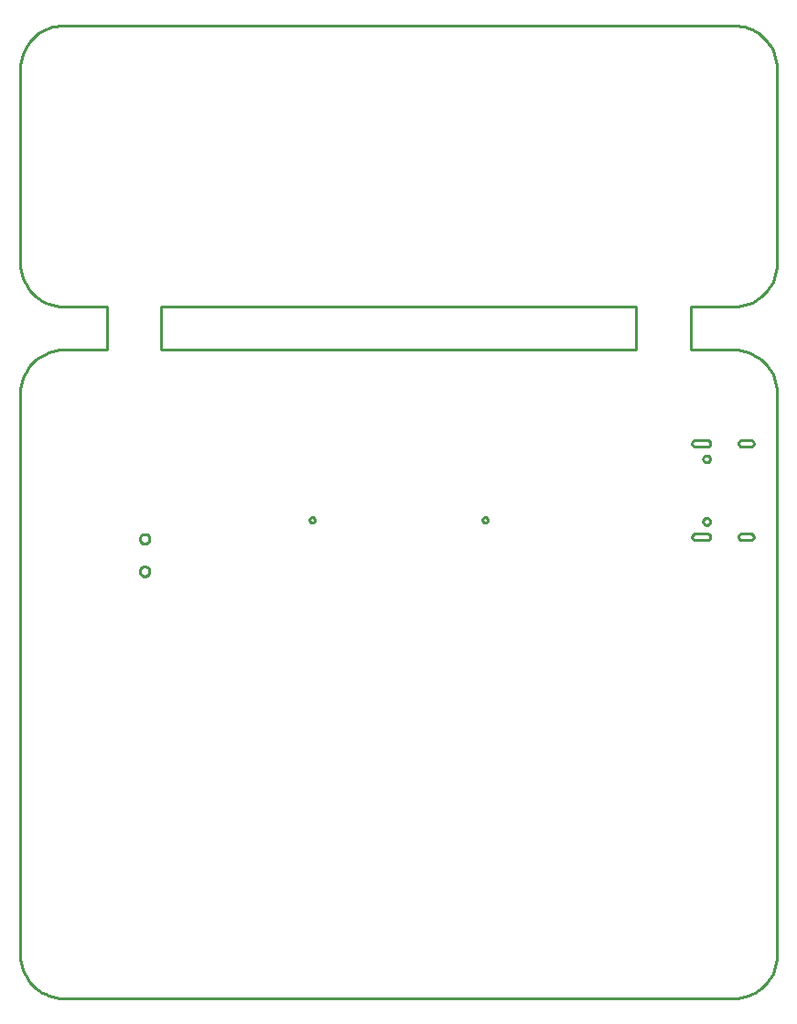
<source format=gbr>
G04 EAGLE Gerber RS-274X export*
G75*
%MOMM*%
%FSLAX34Y34*%
%LPD*%
%IN*%
%IPPOS*%
%AMOC8*
5,1,8,0,0,1.08239X$1,22.5*%
G01*
%ADD10C,0.254000*%


D10*
X0Y40000D02*
X152Y36514D01*
X608Y33054D01*
X1363Y29647D01*
X2412Y26319D01*
X3748Y23095D01*
X5359Y20000D01*
X7234Y17057D01*
X9358Y14289D01*
X11716Y11716D01*
X14289Y9358D01*
X17057Y7234D01*
X20000Y5359D01*
X23095Y3748D01*
X26319Y2412D01*
X29647Y1363D01*
X33054Y608D01*
X36514Y152D01*
X40000Y0D01*
X660000Y0D01*
X663486Y152D01*
X666946Y608D01*
X670353Y1363D01*
X673681Y2412D01*
X676905Y3748D01*
X680000Y5359D01*
X682943Y7234D01*
X685712Y9358D01*
X688284Y11716D01*
X690642Y14289D01*
X692766Y17057D01*
X694641Y20000D01*
X696252Y23095D01*
X697588Y26319D01*
X698637Y29647D01*
X699392Y33054D01*
X699848Y36514D01*
X700000Y40000D01*
X700000Y560000D01*
X699848Y563486D01*
X699392Y566946D01*
X698637Y570353D01*
X697588Y573681D01*
X696252Y576905D01*
X694641Y580000D01*
X692766Y582943D01*
X690642Y585712D01*
X688284Y588284D01*
X685712Y590642D01*
X682943Y592766D01*
X680000Y594641D01*
X676905Y596252D01*
X673681Y597588D01*
X670353Y598637D01*
X666946Y599392D01*
X663486Y599848D01*
X660000Y600000D01*
X620000Y600000D01*
X620000Y640000D01*
X660000Y640000D01*
X663486Y640152D01*
X666946Y640608D01*
X670353Y641363D01*
X673681Y642412D01*
X676905Y643748D01*
X680000Y645359D01*
X682943Y647234D01*
X685712Y649358D01*
X688284Y651716D01*
X690642Y654289D01*
X692766Y657057D01*
X694641Y660000D01*
X696252Y663095D01*
X697588Y666319D01*
X698637Y669647D01*
X699392Y673054D01*
X699848Y676514D01*
X700000Y680000D01*
X700000Y860000D01*
X699848Y863486D01*
X699392Y866946D01*
X698637Y870353D01*
X697588Y873681D01*
X696252Y876905D01*
X694641Y880000D01*
X692766Y882943D01*
X690642Y885712D01*
X688284Y888284D01*
X685712Y890642D01*
X682943Y892766D01*
X680000Y894641D01*
X676905Y896252D01*
X673681Y897588D01*
X670353Y898637D01*
X666946Y899392D01*
X663486Y899848D01*
X660000Y900000D01*
X40000Y900000D01*
X36514Y899848D01*
X33054Y899392D01*
X29647Y898637D01*
X26319Y897588D01*
X23095Y896252D01*
X20000Y894641D01*
X17057Y892766D01*
X14289Y890642D01*
X11716Y888284D01*
X9358Y885712D01*
X7234Y882943D01*
X5359Y880000D01*
X3748Y876905D01*
X2412Y873681D01*
X1363Y870353D01*
X608Y866946D01*
X152Y863486D01*
X0Y860000D01*
X0Y680000D01*
X152Y676514D01*
X608Y673054D01*
X1363Y669647D01*
X2412Y666319D01*
X3748Y663095D01*
X5359Y660000D01*
X7234Y657057D01*
X9358Y654289D01*
X11716Y651716D01*
X14289Y649358D01*
X17057Y647234D01*
X20000Y645359D01*
X23095Y643748D01*
X26319Y642412D01*
X29647Y641363D01*
X33054Y640608D01*
X36514Y640152D01*
X40000Y640000D01*
X80000Y640000D01*
X80000Y600000D01*
X40000Y600000D01*
X36514Y599848D01*
X33054Y599392D01*
X29647Y598637D01*
X26319Y597588D01*
X23095Y596252D01*
X20000Y594641D01*
X17057Y592766D01*
X14289Y590642D01*
X11716Y588284D01*
X9358Y585712D01*
X7234Y582943D01*
X5359Y580000D01*
X3748Y576905D01*
X2412Y573681D01*
X1363Y570353D01*
X608Y566946D01*
X152Y563486D01*
X0Y560000D01*
X0Y40000D01*
X664500Y513200D02*
X664511Y512939D01*
X664546Y512679D01*
X664602Y512424D01*
X664681Y512174D01*
X664781Y511932D01*
X664902Y511700D01*
X665043Y511479D01*
X665202Y511272D01*
X665379Y511079D01*
X665572Y510902D01*
X665779Y510743D01*
X666000Y510602D01*
X666232Y510481D01*
X666474Y510381D01*
X666724Y510302D01*
X666979Y510246D01*
X667239Y510211D01*
X667500Y510200D01*
X675500Y510200D01*
X675761Y510211D01*
X676021Y510246D01*
X676276Y510302D01*
X676526Y510381D01*
X676768Y510481D01*
X677000Y510602D01*
X677221Y510743D01*
X677428Y510902D01*
X677621Y511079D01*
X677798Y511272D01*
X677957Y511479D01*
X678098Y511700D01*
X678219Y511932D01*
X678319Y512174D01*
X678398Y512424D01*
X678454Y512679D01*
X678489Y512939D01*
X678500Y513200D01*
X678489Y513461D01*
X678454Y513721D01*
X678398Y513976D01*
X678319Y514226D01*
X678219Y514468D01*
X678098Y514700D01*
X677957Y514921D01*
X677798Y515128D01*
X677621Y515321D01*
X677428Y515498D01*
X677221Y515657D01*
X677000Y515798D01*
X676768Y515919D01*
X676526Y516019D01*
X676276Y516098D01*
X676021Y516154D01*
X675761Y516189D01*
X675500Y516200D01*
X667500Y516200D01*
X667239Y516189D01*
X666979Y516154D01*
X666724Y516098D01*
X666474Y516019D01*
X666232Y515919D01*
X666000Y515798D01*
X665779Y515657D01*
X665572Y515498D01*
X665379Y515321D01*
X665202Y515128D01*
X665043Y514921D01*
X664902Y514700D01*
X664781Y514468D01*
X664681Y514226D01*
X664602Y513976D01*
X664546Y513721D01*
X664511Y513461D01*
X664500Y513200D01*
X621500Y513200D02*
X621511Y512939D01*
X621546Y512679D01*
X621602Y512424D01*
X621681Y512174D01*
X621781Y511932D01*
X621902Y511700D01*
X622043Y511479D01*
X622202Y511272D01*
X622379Y511079D01*
X622572Y510902D01*
X622779Y510743D01*
X623000Y510602D01*
X623232Y510481D01*
X623474Y510381D01*
X623724Y510302D01*
X623979Y510246D01*
X624239Y510211D01*
X624500Y510200D01*
X635500Y510200D01*
X635761Y510211D01*
X636021Y510246D01*
X636276Y510302D01*
X636526Y510381D01*
X636768Y510481D01*
X637000Y510602D01*
X637221Y510743D01*
X637428Y510902D01*
X637621Y511079D01*
X637798Y511272D01*
X637957Y511479D01*
X638098Y511700D01*
X638219Y511932D01*
X638319Y512174D01*
X638398Y512424D01*
X638454Y512679D01*
X638489Y512939D01*
X638500Y513200D01*
X638489Y513461D01*
X638454Y513721D01*
X638398Y513976D01*
X638319Y514226D01*
X638219Y514468D01*
X638098Y514700D01*
X637957Y514921D01*
X637798Y515128D01*
X637621Y515321D01*
X637428Y515498D01*
X637221Y515657D01*
X637000Y515798D01*
X636768Y515919D01*
X636526Y516019D01*
X636276Y516098D01*
X636021Y516154D01*
X635761Y516189D01*
X635500Y516200D01*
X624500Y516200D01*
X624239Y516189D01*
X623979Y516154D01*
X623724Y516098D01*
X623474Y516019D01*
X623232Y515919D01*
X623000Y515798D01*
X622779Y515657D01*
X622572Y515498D01*
X622379Y515321D01*
X622202Y515128D01*
X622043Y514921D01*
X621902Y514700D01*
X621781Y514468D01*
X621681Y514226D01*
X621602Y513976D01*
X621546Y513721D01*
X621511Y513461D01*
X621500Y513200D01*
X664500Y426800D02*
X664511Y426539D01*
X664546Y426279D01*
X664602Y426024D01*
X664681Y425774D01*
X664781Y425532D01*
X664902Y425300D01*
X665043Y425079D01*
X665202Y424872D01*
X665379Y424679D01*
X665572Y424502D01*
X665779Y424343D01*
X666000Y424202D01*
X666232Y424081D01*
X666474Y423981D01*
X666724Y423902D01*
X666979Y423846D01*
X667239Y423811D01*
X667500Y423800D01*
X675500Y423800D01*
X675761Y423811D01*
X676021Y423846D01*
X676276Y423902D01*
X676526Y423981D01*
X676768Y424081D01*
X677000Y424202D01*
X677221Y424343D01*
X677428Y424502D01*
X677621Y424679D01*
X677798Y424872D01*
X677957Y425079D01*
X678098Y425300D01*
X678219Y425532D01*
X678319Y425774D01*
X678398Y426024D01*
X678454Y426279D01*
X678489Y426539D01*
X678500Y426800D01*
X678489Y427061D01*
X678454Y427321D01*
X678398Y427576D01*
X678319Y427826D01*
X678219Y428068D01*
X678098Y428300D01*
X677957Y428521D01*
X677798Y428728D01*
X677621Y428921D01*
X677428Y429098D01*
X677221Y429257D01*
X677000Y429398D01*
X676768Y429519D01*
X676526Y429619D01*
X676276Y429698D01*
X676021Y429754D01*
X675761Y429789D01*
X675500Y429800D01*
X667500Y429800D01*
X667239Y429789D01*
X666979Y429754D01*
X666724Y429698D01*
X666474Y429619D01*
X666232Y429519D01*
X666000Y429398D01*
X665779Y429257D01*
X665572Y429098D01*
X665379Y428921D01*
X665202Y428728D01*
X665043Y428521D01*
X664902Y428300D01*
X664781Y428068D01*
X664681Y427826D01*
X664602Y427576D01*
X664546Y427321D01*
X664511Y427061D01*
X664500Y426800D01*
X621500Y426800D02*
X621511Y426539D01*
X621546Y426279D01*
X621602Y426024D01*
X621681Y425774D01*
X621781Y425532D01*
X621902Y425300D01*
X622043Y425079D01*
X622202Y424872D01*
X622379Y424679D01*
X622572Y424502D01*
X622779Y424343D01*
X623000Y424202D01*
X623232Y424081D01*
X623474Y423981D01*
X623724Y423902D01*
X623979Y423846D01*
X624239Y423811D01*
X624500Y423800D01*
X635500Y423800D01*
X635761Y423811D01*
X636021Y423846D01*
X636276Y423902D01*
X636526Y423981D01*
X636768Y424081D01*
X637000Y424202D01*
X637221Y424343D01*
X637428Y424502D01*
X637621Y424679D01*
X637798Y424872D01*
X637957Y425079D01*
X638098Y425300D01*
X638219Y425532D01*
X638319Y425774D01*
X638398Y426024D01*
X638454Y426279D01*
X638489Y426539D01*
X638500Y426800D01*
X638489Y427061D01*
X638454Y427321D01*
X638398Y427576D01*
X638319Y427826D01*
X638219Y428068D01*
X638098Y428300D01*
X637957Y428521D01*
X637798Y428728D01*
X637621Y428921D01*
X637428Y429098D01*
X637221Y429257D01*
X637000Y429398D01*
X636768Y429519D01*
X636526Y429619D01*
X636276Y429698D01*
X636021Y429754D01*
X635761Y429789D01*
X635500Y429800D01*
X624500Y429800D01*
X624239Y429789D01*
X623979Y429754D01*
X623724Y429698D01*
X623474Y429619D01*
X623232Y429519D01*
X623000Y429398D01*
X622779Y429257D01*
X622572Y429098D01*
X622379Y428921D01*
X622202Y428728D01*
X622043Y428521D01*
X621902Y428300D01*
X621781Y428068D01*
X621681Y427826D01*
X621602Y427576D01*
X621546Y427321D01*
X621511Y427061D01*
X621500Y426800D01*
X130000Y600000D02*
X570000Y600000D01*
X570000Y640000D01*
X130000Y640000D01*
X130000Y600000D01*
X272500Y442303D02*
X272438Y441915D01*
X272317Y441540D01*
X272138Y441190D01*
X271907Y440871D01*
X271629Y440593D01*
X271310Y440362D01*
X270960Y440183D01*
X270585Y440062D01*
X270197Y440000D01*
X269803Y440000D01*
X269415Y440062D01*
X269040Y440183D01*
X268690Y440362D01*
X268371Y440593D01*
X268093Y440871D01*
X267862Y441190D01*
X267683Y441540D01*
X267562Y441915D01*
X267500Y442303D01*
X267500Y442697D01*
X267562Y443085D01*
X267683Y443460D01*
X267862Y443810D01*
X268093Y444129D01*
X268371Y444407D01*
X268690Y444638D01*
X269040Y444817D01*
X269415Y444938D01*
X269803Y445000D01*
X270197Y445000D01*
X270585Y444938D01*
X270960Y444817D01*
X271310Y444638D01*
X271629Y444407D01*
X271907Y444129D01*
X272138Y443810D01*
X272317Y443460D01*
X272438Y443085D01*
X272500Y442697D01*
X272500Y442303D01*
X432500Y442303D02*
X432438Y441915D01*
X432317Y441540D01*
X432138Y441190D01*
X431907Y440871D01*
X431629Y440593D01*
X431310Y440362D01*
X430960Y440183D01*
X430585Y440062D01*
X430197Y440000D01*
X429803Y440000D01*
X429415Y440062D01*
X429040Y440183D01*
X428690Y440362D01*
X428371Y440593D01*
X428093Y440871D01*
X427862Y441190D01*
X427683Y441540D01*
X427562Y441915D01*
X427500Y442303D01*
X427500Y442697D01*
X427562Y443085D01*
X427683Y443460D01*
X427862Y443810D01*
X428093Y444129D01*
X428371Y444407D01*
X428690Y444638D01*
X429040Y444817D01*
X429415Y444938D01*
X429803Y445000D01*
X430197Y445000D01*
X430585Y444938D01*
X430960Y444817D01*
X431310Y444638D01*
X431629Y444407D01*
X431907Y444129D01*
X432138Y443810D01*
X432317Y443460D01*
X432438Y443085D01*
X432500Y442697D01*
X432500Y442303D01*
X635213Y502150D02*
X635635Y502094D01*
X636047Y501984D01*
X636441Y501821D01*
X636809Y501608D01*
X637147Y501349D01*
X637449Y501047D01*
X637708Y500709D01*
X637921Y500341D01*
X638084Y499947D01*
X638194Y499535D01*
X638250Y499113D01*
X638250Y498687D01*
X638194Y498265D01*
X638084Y497853D01*
X637921Y497459D01*
X637708Y497091D01*
X637449Y496753D01*
X637147Y496451D01*
X636809Y496192D01*
X636441Y495979D01*
X636047Y495816D01*
X635635Y495706D01*
X635213Y495650D01*
X634787Y495650D01*
X634365Y495706D01*
X633953Y495816D01*
X633559Y495979D01*
X633191Y496192D01*
X632853Y496451D01*
X632551Y496753D01*
X632292Y497091D01*
X632079Y497459D01*
X631916Y497853D01*
X631806Y498265D01*
X631750Y498687D01*
X631750Y499113D01*
X631806Y499535D01*
X631916Y499947D01*
X632079Y500341D01*
X632292Y500709D01*
X632551Y501047D01*
X632853Y501349D01*
X633191Y501608D01*
X633559Y501821D01*
X633953Y501984D01*
X634365Y502094D01*
X634787Y502150D01*
X635213Y502150D01*
X635213Y444350D02*
X635635Y444294D01*
X636047Y444184D01*
X636441Y444021D01*
X636809Y443808D01*
X637147Y443549D01*
X637449Y443247D01*
X637708Y442909D01*
X637921Y442541D01*
X638084Y442147D01*
X638194Y441735D01*
X638250Y441313D01*
X638250Y440887D01*
X638194Y440465D01*
X638084Y440053D01*
X637921Y439659D01*
X637708Y439291D01*
X637449Y438953D01*
X637147Y438651D01*
X636809Y438392D01*
X636441Y438179D01*
X636047Y438016D01*
X635635Y437906D01*
X635213Y437850D01*
X634787Y437850D01*
X634365Y437906D01*
X633953Y438016D01*
X633559Y438179D01*
X633191Y438392D01*
X632853Y438651D01*
X632551Y438953D01*
X632292Y439291D01*
X632079Y439659D01*
X631916Y440053D01*
X631806Y440465D01*
X631750Y440887D01*
X631750Y441313D01*
X631806Y441735D01*
X631916Y442147D01*
X632079Y442541D01*
X632292Y442909D01*
X632551Y443247D01*
X632853Y443549D01*
X633191Y443808D01*
X633559Y444021D01*
X633953Y444184D01*
X634365Y444294D01*
X634787Y444350D01*
X635213Y444350D01*
X114705Y420500D02*
X114120Y420577D01*
X113550Y420730D01*
X113005Y420955D01*
X112495Y421250D01*
X112027Y421609D01*
X111609Y422027D01*
X111250Y422495D01*
X110955Y423005D01*
X110730Y423550D01*
X110577Y424120D01*
X110500Y424705D01*
X110500Y425295D01*
X110577Y425880D01*
X110730Y426450D01*
X110955Y426995D01*
X111250Y427505D01*
X111609Y427973D01*
X112027Y428391D01*
X112495Y428750D01*
X113005Y429045D01*
X113550Y429270D01*
X114120Y429423D01*
X114705Y429500D01*
X115295Y429500D01*
X115880Y429423D01*
X116450Y429270D01*
X116995Y429045D01*
X117505Y428750D01*
X117973Y428391D01*
X118391Y427973D01*
X118750Y427505D01*
X119045Y426995D01*
X119270Y426450D01*
X119423Y425880D01*
X119500Y425295D01*
X119500Y424705D01*
X119423Y424120D01*
X119270Y423550D01*
X119045Y423005D01*
X118750Y422495D01*
X118391Y422027D01*
X117973Y421609D01*
X117505Y421250D01*
X116995Y420955D01*
X116450Y420730D01*
X115880Y420577D01*
X115295Y420500D01*
X114705Y420500D01*
X114705Y390500D02*
X114120Y390577D01*
X113550Y390730D01*
X113005Y390955D01*
X112495Y391250D01*
X112027Y391609D01*
X111609Y392027D01*
X111250Y392495D01*
X110955Y393005D01*
X110730Y393550D01*
X110577Y394120D01*
X110500Y394705D01*
X110500Y395295D01*
X110577Y395880D01*
X110730Y396450D01*
X110955Y396995D01*
X111250Y397505D01*
X111609Y397973D01*
X112027Y398391D01*
X112495Y398750D01*
X113005Y399045D01*
X113550Y399270D01*
X114120Y399423D01*
X114705Y399500D01*
X115295Y399500D01*
X115880Y399423D01*
X116450Y399270D01*
X116995Y399045D01*
X117505Y398750D01*
X117973Y398391D01*
X118391Y397973D01*
X118750Y397505D01*
X119045Y396995D01*
X119270Y396450D01*
X119423Y395880D01*
X119500Y395295D01*
X119500Y394705D01*
X119423Y394120D01*
X119270Y393550D01*
X119045Y393005D01*
X118750Y392495D01*
X118391Y392027D01*
X117973Y391609D01*
X117505Y391250D01*
X116995Y390955D01*
X116450Y390730D01*
X115880Y390577D01*
X115295Y390500D01*
X114705Y390500D01*
M02*

</source>
